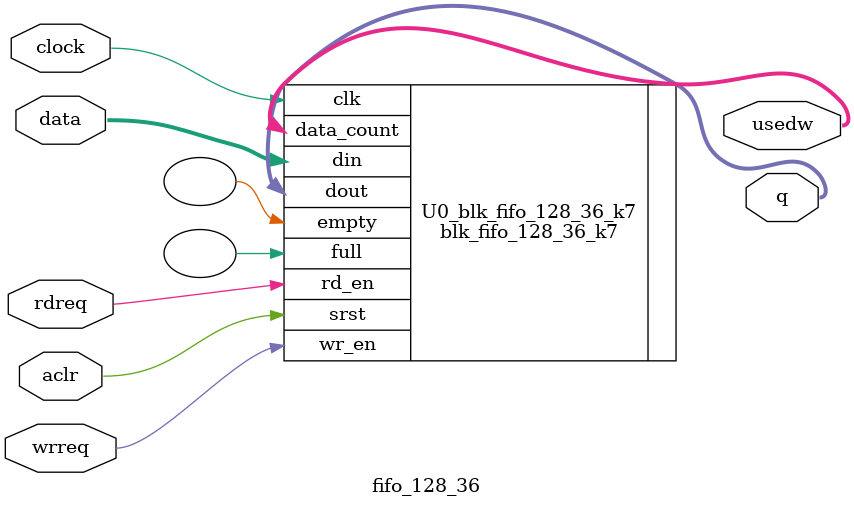
<source format=v>
`timescale 1ns/100ps
module fifo_128_36(
input         aclr   ,
input         clock  ,
input [35:0]  data   ,
input         rdreq  ,
input         wrreq  ,
output[35:0]  q      ,
output[6:0]   usedw
);

//`ifdef Xilinx_k7
blk_fifo_128_36_k7 U0_blk_fifo_128_36_k7(
  .clk        (clock),      
  .srst       (aclr ),     
  .din        (data ),      
  .wr_en      (wrreq),    
  .rd_en      (rdreq),    
  .dout       (q    ),     
  .full       (     ),     
  .empty      (     ),    
  .data_count (usedw)
);
//`endif

endmodule
</source>
